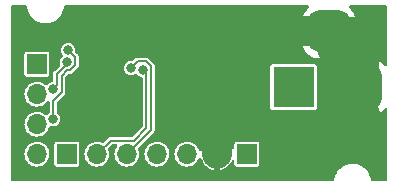
<source format=gbl>
%TF.GenerationSoftware,KiCad,Pcbnew,(6.0.5-0)*%
%TF.CreationDate,2023-01-17T15:21:48+09:00*%
%TF.ProjectId,stepper,73746570-7065-4722-9e6b-696361645f70,rev?*%
%TF.SameCoordinates,Original*%
%TF.FileFunction,Copper,L2,Bot*%
%TF.FilePolarity,Positive*%
%FSLAX46Y46*%
G04 Gerber Fmt 4.6, Leading zero omitted, Abs format (unit mm)*
G04 Created by KiCad (PCBNEW (6.0.5-0)) date 2023-01-17 15:21:48*
%MOMM*%
%LPD*%
G01*
G04 APERTURE LIST*
G04 Aperture macros list*
%AMRoundRect*
0 Rectangle with rounded corners*
0 $1 Rounding radius*
0 $2 $3 $4 $5 $6 $7 $8 $9 X,Y pos of 4 corners*
0 Add a 4 corners polygon primitive as box body*
4,1,4,$2,$3,$4,$5,$6,$7,$8,$9,$2,$3,0*
0 Add four circle primitives for the rounded corners*
1,1,$1+$1,$2,$3*
1,1,$1+$1,$4,$5*
1,1,$1+$1,$6,$7*
1,1,$1+$1,$8,$9*
0 Add four rect primitives between the rounded corners*
20,1,$1+$1,$2,$3,$4,$5,0*
20,1,$1+$1,$4,$5,$6,$7,0*
20,1,$1+$1,$6,$7,$8,$9,0*
20,1,$1+$1,$8,$9,$2,$3,0*%
G04 Aperture macros list end*
%TA.AperFunction,ComponentPad*%
%ADD10C,0.600000*%
%TD*%
%TA.AperFunction,SMDPad,CuDef*%
%ADD11R,3.000000X3.000000*%
%TD*%
%TA.AperFunction,ComponentPad*%
%ADD12R,1.700000X1.700000*%
%TD*%
%TA.AperFunction,ComponentPad*%
%ADD13O,1.700000X1.700000*%
%TD*%
%TA.AperFunction,ComponentPad*%
%ADD14R,3.500000X3.500000*%
%TD*%
%TA.AperFunction,ComponentPad*%
%ADD15RoundRect,0.750000X0.750000X1.000000X-0.750000X1.000000X-0.750000X-1.000000X0.750000X-1.000000X0*%
%TD*%
%TA.AperFunction,ComponentPad*%
%ADD16RoundRect,0.875000X0.875000X0.875000X-0.875000X0.875000X-0.875000X-0.875000X0.875000X-0.875000X0*%
%TD*%
%TA.AperFunction,ViaPad*%
%ADD17C,0.800000*%
%TD*%
%TA.AperFunction,Conductor*%
%ADD18C,2.540000*%
%TD*%
%TA.AperFunction,Conductor*%
%ADD19C,0.203200*%
%TD*%
G04 APERTURE END LIST*
D10*
%TO.P,U1,17,EPAD*%
%TO.N,GND*%
X150830000Y-101590000D03*
X148430000Y-101590000D03*
X150830000Y-99190000D03*
X148430000Y-99190000D03*
D11*
X149630000Y-100390000D03*
%TD*%
D12*
%TO.P,J2,1,Pin_1*%
%TO.N,/FAULT*%
X145812000Y-104648000D03*
D13*
%TO.P,J2,2,Pin_2*%
%TO.N,/AIN1*%
X148352000Y-104648000D03*
%TO.P,J2,3,Pin_3*%
%TO.N,/AIN2*%
X150892000Y-104648000D03*
%TO.P,J2,4,Pin_4*%
%TO.N,/BIN1*%
X153432000Y-104648000D03*
%TO.P,J2,5,Pin_5*%
%TO.N,/BIN2*%
X155972000Y-104648000D03*
%TD*%
D12*
%TO.P,J3,1,Pin_1*%
%TO.N,/VIN*%
X161052000Y-104648000D03*
D13*
%TO.P,J3,2,Pin_2*%
%TO.N,GND*%
X158512000Y-104648000D03*
%TD*%
D12*
%TO.P,J1,1,Pin_1*%
%TO.N,Net-(J1-Pad1)*%
X143272000Y-97028000D03*
D13*
%TO.P,J1,2,Pin_2*%
%TO.N,Net-(J1-Pad2)*%
X143272000Y-99568000D03*
%TO.P,J1,3,Pin_3*%
%TO.N,Net-(J1-Pad3)*%
X143272000Y-102108000D03*
%TO.P,J1,4,Pin_4*%
%TO.N,Net-(J1-Pad4)*%
X143272000Y-104648000D03*
%TD*%
D14*
%TO.P,J4,1*%
%TO.N,/VIN*%
X165000000Y-98957500D03*
D15*
%TO.P,J4,2*%
%TO.N,GND*%
X171000000Y-98957500D03*
D16*
%TO.P,J4,3*%
X168000000Y-94257500D03*
%TD*%
D17*
%TO.N,GND*%
X154910000Y-97890000D03*
X144880000Y-95660000D03*
X146310000Y-92970000D03*
X149910000Y-92700000D03*
X151750000Y-94250000D03*
X158130000Y-92960000D03*
X157330000Y-95230000D03*
X161850000Y-93770000D03*
X165130000Y-93070000D03*
X170960000Y-95880000D03*
X172210000Y-93110000D03*
X167570000Y-97830000D03*
X164610000Y-104110000D03*
X169730000Y-103870000D03*
X166780000Y-102080000D03*
X172250000Y-101640000D03*
X172210000Y-105600000D03*
X167280000Y-106130000D03*
X162650000Y-106220000D03*
X152180000Y-105800000D03*
X147250000Y-105820000D03*
X142010000Y-106300000D03*
X142100000Y-101010000D03*
X141940000Y-95730000D03*
X141910000Y-93210000D03*
X149155000Y-95205009D03*
X154797500Y-94257500D03*
%TO.N,Net-(RSENB1-Pad1)*%
X145912760Y-95843659D03*
%TO.N,Net-(RSENA1-Pad1)*%
X145800000Y-96840000D03*
%TO.N,/AIN2*%
X151244764Y-97339411D03*
%TO.N,/AIN1*%
X152235381Y-97494619D03*
%TO.N,Net-(RSENA1-Pad1)*%
X144654125Y-99120703D03*
%TO.N,Net-(RSENB1-Pad1)*%
X144655760Y-101665789D03*
%TD*%
D18*
%TO.N,GND*%
X171000000Y-98957500D02*
X171000000Y-95910000D01*
X171000000Y-95910000D02*
X169950000Y-94860000D01*
X168000000Y-94257500D02*
X168000000Y-94140000D01*
X168222711Y-95734789D02*
X169530000Y-97042078D01*
X169600000Y-101020000D02*
X170830000Y-101020000D01*
X169950000Y-94279520D02*
X169950000Y-94860000D01*
X169950000Y-94860000D02*
X169075211Y-95734789D01*
X169075211Y-95734789D02*
X168222711Y-95734789D01*
X169530000Y-97042078D02*
X169530000Y-100950000D01*
X169530000Y-100950000D02*
X169600000Y-101020000D01*
X170830000Y-101020000D02*
X171080000Y-101270000D01*
X154797500Y-101297500D02*
X155825289Y-102325289D01*
X154797500Y-94257500D02*
X154797500Y-101297500D01*
X155825289Y-102325289D02*
X156934099Y-102325289D01*
X156934099Y-102325289D02*
X158512000Y-103903190D01*
X158512000Y-103903190D02*
X158512000Y-104648000D01*
X147760000Y-101810000D02*
X147869370Y-101919370D01*
X150830000Y-99190000D02*
X147760000Y-99190000D01*
X147869370Y-101919370D02*
X150460630Y-101919370D01*
X147760000Y-99190000D02*
X147760000Y-101810000D01*
X150460630Y-101919370D02*
X150959452Y-101420548D01*
X150959452Y-101420548D02*
X150959452Y-99260000D01*
X149630000Y-100390000D02*
X150810000Y-101570000D01*
X150810000Y-101570000D02*
X150959452Y-101420548D01*
X151678261Y-94257500D02*
X154797500Y-94257500D01*
X154797500Y-94257500D02*
X168000000Y-94257500D01*
X149630000Y-100390000D02*
X149372053Y-100132053D01*
X149372053Y-96563708D02*
X151678261Y-94257500D01*
X149372053Y-100132053D02*
X149372053Y-96563708D01*
D19*
%TO.N,Net-(RSENB1-Pad1)*%
X146504311Y-96435210D02*
X145912760Y-95843659D01*
X146504311Y-97131736D02*
X146504311Y-96435210D01*
X145805689Y-97544311D02*
X146091736Y-97544311D01*
X146091736Y-97544311D02*
X146504311Y-97131736D01*
%TO.N,Net-(RSENA1-Pad1)*%
X145800000Y-96840000D02*
X145800000Y-96975942D01*
X145800000Y-96975942D02*
X144952516Y-97823426D01*
X144952516Y-97823426D02*
X144952516Y-98822312D01*
X144952516Y-98822312D02*
X144654125Y-99120703D01*
%TO.N,Net-(RSENB1-Pad1)*%
X145358436Y-97991564D02*
X145805689Y-97544311D01*
X144655760Y-100115115D02*
X145358436Y-99412439D01*
X145358436Y-99412439D02*
X145358436Y-99020000D01*
X144655760Y-101665789D02*
X144655760Y-100115115D01*
X145358436Y-99020000D02*
X145358436Y-97991564D01*
%TO.N,/AIN1*%
X148352000Y-104648000D02*
X149506311Y-103493689D01*
X152533772Y-97793010D02*
X152235381Y-97494619D01*
X149506311Y-103493689D02*
X151472253Y-103493689D01*
X151472253Y-103493689D02*
X152533772Y-102432170D01*
X152533772Y-102432170D02*
X152533772Y-97793010D01*
%TO.N,/AIN2*%
X152939692Y-102600308D02*
X152939692Y-97202883D01*
X152939692Y-97202883D02*
X152527117Y-96790308D01*
X150892000Y-104648000D02*
X152939692Y-102600308D01*
X152527117Y-96790308D02*
X151793867Y-96790308D01*
X151793867Y-96790308D02*
X151244764Y-97339411D01*
%TD*%
%TA.AperFunction,Conductor*%
%TO.N,GND*%
G36*
X142400146Y-92070502D02*
G01*
X142446639Y-92124158D01*
X142457673Y-92167083D01*
X142459048Y-92185436D01*
X142461159Y-92213597D01*
X142462518Y-92231738D01*
X142514230Y-92458299D01*
X142515952Y-92462687D01*
X142515954Y-92462693D01*
X142592629Y-92658059D01*
X142599130Y-92674623D01*
X142601490Y-92678710D01*
X142701536Y-92851995D01*
X142715324Y-92875877D01*
X142718256Y-92879554D01*
X142718259Y-92879558D01*
X142812119Y-92997254D01*
X142860216Y-93057565D01*
X143030568Y-93215629D01*
X143034464Y-93218285D01*
X143034470Y-93218290D01*
X143218680Y-93343882D01*
X143222576Y-93346538D01*
X143226821Y-93348582D01*
X143226824Y-93348584D01*
X143427701Y-93445321D01*
X143431950Y-93447367D01*
X143654014Y-93515865D01*
X143658664Y-93516566D01*
X143658669Y-93516567D01*
X143756675Y-93531338D01*
X143883806Y-93550500D01*
X144116194Y-93550500D01*
X144243325Y-93531338D01*
X144341331Y-93516567D01*
X144341336Y-93516566D01*
X144345986Y-93515865D01*
X144568050Y-93447367D01*
X144572299Y-93445321D01*
X144773176Y-93348584D01*
X144773179Y-93348582D01*
X144777424Y-93346538D01*
X144781320Y-93343882D01*
X144965530Y-93218290D01*
X144965536Y-93218285D01*
X144969432Y-93215629D01*
X145139784Y-93057565D01*
X145187881Y-92997254D01*
X145281741Y-92879558D01*
X145281744Y-92879554D01*
X145284676Y-92875877D01*
X145298465Y-92851995D01*
X145398510Y-92678710D01*
X145400870Y-92674623D01*
X145407371Y-92658059D01*
X145484046Y-92462693D01*
X145484048Y-92462687D01*
X145485770Y-92458299D01*
X145537482Y-92231738D01*
X145538842Y-92213597D01*
X145540952Y-92185436D01*
X145542327Y-92167083D01*
X145567364Y-92100649D01*
X145624344Y-92058295D01*
X145667975Y-92050500D01*
X166214297Y-92050500D01*
X166282418Y-92070502D01*
X166328911Y-92124158D01*
X166339015Y-92194432D01*
X166309521Y-92259012D01*
X166295541Y-92272809D01*
X166147608Y-92397601D01*
X166140101Y-92405108D01*
X165995646Y-92576351D01*
X165989493Y-92585040D01*
X165875962Y-92778162D01*
X165871364Y-92787760D01*
X165791994Y-92997254D01*
X165789080Y-93007482D01*
X165745955Y-93228311D01*
X165744882Y-93236955D01*
X165742091Y-93288484D01*
X165742000Y-93291870D01*
X165742000Y-93985385D01*
X165746475Y-94000624D01*
X165747865Y-94001829D01*
X165755548Y-94003500D01*
X170239885Y-94003500D01*
X170255124Y-93999025D01*
X170256329Y-93997635D01*
X170258000Y-93989952D01*
X170258000Y-93291870D01*
X170257909Y-93288484D01*
X170255118Y-93236955D01*
X170254045Y-93228311D01*
X170210920Y-93007482D01*
X170208006Y-92997254D01*
X170128636Y-92787760D01*
X170124038Y-92778162D01*
X170010507Y-92585040D01*
X170004354Y-92576351D01*
X169859899Y-92405108D01*
X169852392Y-92397601D01*
X169704459Y-92272809D01*
X169665288Y-92213597D01*
X169664347Y-92142606D01*
X169701936Y-92082377D01*
X169766121Y-92052031D01*
X169785703Y-92050500D01*
X172823500Y-92050500D01*
X172891621Y-92070502D01*
X172938114Y-92124158D01*
X172949500Y-92176500D01*
X172949500Y-97076881D01*
X172929498Y-97145002D01*
X172875842Y-97191495D01*
X172805568Y-97201599D01*
X172740988Y-97172105D01*
X172726315Y-97155781D01*
X172725800Y-97156211D01*
X172715024Y-97143324D01*
X172564176Y-96992476D01*
X172555597Y-96985303D01*
X172380412Y-96863546D01*
X172370705Y-96858010D01*
X172176731Y-96769201D01*
X172166185Y-96765467D01*
X171959321Y-96712353D01*
X171948766Y-96710582D01*
X171815070Y-96699707D01*
X171809964Y-96699500D01*
X171272115Y-96699500D01*
X171256876Y-96703975D01*
X171255671Y-96705365D01*
X171254000Y-96713048D01*
X171254000Y-101197384D01*
X171258475Y-101212623D01*
X171259865Y-101213828D01*
X171267548Y-101215499D01*
X171809961Y-101215499D01*
X171815071Y-101215291D01*
X171948767Y-101204418D01*
X171959320Y-101202648D01*
X172166185Y-101149533D01*
X172176731Y-101145799D01*
X172370705Y-101056990D01*
X172380412Y-101051454D01*
X172555597Y-100929697D01*
X172564176Y-100922524D01*
X172715024Y-100771676D01*
X172725800Y-100758789D01*
X172727491Y-100760203D01*
X172775351Y-100721682D01*
X172845945Y-100714134D01*
X172909413Y-100745951D01*
X172945604Y-100807030D01*
X172949500Y-100838119D01*
X172949500Y-106823500D01*
X172929498Y-106891621D01*
X172875842Y-106938114D01*
X172823500Y-106949500D01*
X171667975Y-106949500D01*
X171599854Y-106929498D01*
X171553361Y-106875842D01*
X171542327Y-106832916D01*
X171541622Y-106823500D01*
X171537482Y-106768262D01*
X171485770Y-106541701D01*
X171400870Y-106325377D01*
X171345724Y-106229861D01*
X171287032Y-106128203D01*
X171287029Y-106128199D01*
X171284676Y-106124123D01*
X171281744Y-106120446D01*
X171281741Y-106120442D01*
X171142719Y-105946115D01*
X171142717Y-105946113D01*
X171139784Y-105942435D01*
X171109605Y-105914433D01*
X170972894Y-105787583D01*
X170972892Y-105787581D01*
X170969432Y-105784371D01*
X170965536Y-105781715D01*
X170965530Y-105781710D01*
X170781320Y-105656118D01*
X170781318Y-105656117D01*
X170777424Y-105653462D01*
X170773179Y-105651418D01*
X170773176Y-105651416D01*
X170572299Y-105554679D01*
X170572297Y-105554678D01*
X170568050Y-105552633D01*
X170345986Y-105484135D01*
X170341336Y-105483434D01*
X170341331Y-105483433D01*
X170243325Y-105468662D01*
X170116194Y-105449500D01*
X169883806Y-105449500D01*
X169756675Y-105468662D01*
X169658669Y-105483433D01*
X169658664Y-105483434D01*
X169654014Y-105484135D01*
X169431950Y-105552633D01*
X169427703Y-105554678D01*
X169427701Y-105554679D01*
X169226824Y-105651416D01*
X169226821Y-105651418D01*
X169222576Y-105653462D01*
X169218682Y-105656117D01*
X169218680Y-105656118D01*
X169034470Y-105781710D01*
X169034464Y-105781715D01*
X169030568Y-105784371D01*
X169027108Y-105787581D01*
X169027106Y-105787583D01*
X168890395Y-105914433D01*
X168860216Y-105942435D01*
X168857283Y-105946113D01*
X168857281Y-105946115D01*
X168718259Y-106120442D01*
X168718256Y-106120446D01*
X168715324Y-106124123D01*
X168712971Y-106128199D01*
X168712968Y-106128203D01*
X168654276Y-106229861D01*
X168599130Y-106325377D01*
X168514230Y-106541701D01*
X168462518Y-106768262D01*
X168458379Y-106823500D01*
X168457673Y-106832916D01*
X168432636Y-106899351D01*
X168375656Y-106941705D01*
X168332025Y-106949500D01*
X141176500Y-106949500D01*
X141108379Y-106929498D01*
X141061886Y-106875842D01*
X141050500Y-106823500D01*
X141050500Y-104633217D01*
X142213305Y-104633217D01*
X142213821Y-104639361D01*
X142230080Y-104832994D01*
X142230081Y-104832999D01*
X142230596Y-104839133D01*
X142232294Y-104845053D01*
X142283260Y-105022791D01*
X142287555Y-105037770D01*
X142382010Y-105221560D01*
X142385835Y-105226386D01*
X142385837Y-105226389D01*
X142417862Y-105266794D01*
X142510364Y-105383503D01*
X142515057Y-105387497D01*
X142515058Y-105387498D01*
X142596370Y-105456699D01*
X142667730Y-105517431D01*
X142848111Y-105618243D01*
X143044639Y-105682099D01*
X143249826Y-105706566D01*
X143255961Y-105706094D01*
X143255963Y-105706094D01*
X143449715Y-105691185D01*
X143449718Y-105691184D01*
X143455858Y-105690712D01*
X143654887Y-105635143D01*
X143839332Y-105541973D01*
X143858542Y-105526965D01*
X143869935Y-105518064D01*
X144758300Y-105518064D01*
X144770119Y-105577480D01*
X144815140Y-105644860D01*
X144825455Y-105651752D01*
X144868024Y-105680195D01*
X144882520Y-105689881D01*
X144941936Y-105701700D01*
X146682064Y-105701700D01*
X146741480Y-105689881D01*
X146755977Y-105680195D01*
X146798545Y-105651752D01*
X146808860Y-105644860D01*
X146853881Y-105577480D01*
X146865700Y-105518064D01*
X146865700Y-104633217D01*
X147293305Y-104633217D01*
X147293821Y-104639361D01*
X147310080Y-104832994D01*
X147310081Y-104832999D01*
X147310596Y-104839133D01*
X147312294Y-104845053D01*
X147363260Y-105022791D01*
X147367555Y-105037770D01*
X147462010Y-105221560D01*
X147465835Y-105226386D01*
X147465837Y-105226389D01*
X147497862Y-105266794D01*
X147590364Y-105383503D01*
X147595057Y-105387497D01*
X147595058Y-105387498D01*
X147676370Y-105456699D01*
X147747730Y-105517431D01*
X147928111Y-105618243D01*
X148124639Y-105682099D01*
X148329826Y-105706566D01*
X148335961Y-105706094D01*
X148335963Y-105706094D01*
X148529715Y-105691185D01*
X148529718Y-105691184D01*
X148535858Y-105690712D01*
X148734887Y-105635143D01*
X148919332Y-105541973D01*
X148938542Y-105526965D01*
X149077307Y-105418550D01*
X149077308Y-105418549D01*
X149082168Y-105414752D01*
X149217191Y-105258325D01*
X149319260Y-105078652D01*
X149384486Y-104882575D01*
X149410385Y-104677563D01*
X149410798Y-104648000D01*
X149390633Y-104442345D01*
X149330907Y-104244523D01*
X149328014Y-104239081D01*
X149324807Y-104233051D01*
X149310484Y-104163514D01*
X149336030Y-104097272D01*
X149346961Y-104084798D01*
X149595865Y-103835894D01*
X149658177Y-103801868D01*
X149684960Y-103798989D01*
X149958630Y-103798989D01*
X150026751Y-103818991D01*
X150073244Y-103872647D01*
X150083348Y-103942921D01*
X150055152Y-104005980D01*
X150018371Y-104049814D01*
X150015408Y-104055203D01*
X150015405Y-104055208D01*
X149950768Y-104172783D01*
X149918821Y-104230895D01*
X149856339Y-104427864D01*
X149855653Y-104433981D01*
X149855652Y-104433985D01*
X149833992Y-104627092D01*
X149833305Y-104633217D01*
X149833821Y-104639361D01*
X149850080Y-104832994D01*
X149850081Y-104832999D01*
X149850596Y-104839133D01*
X149852294Y-104845053D01*
X149903260Y-105022791D01*
X149907555Y-105037770D01*
X150002010Y-105221560D01*
X150005835Y-105226386D01*
X150005837Y-105226389D01*
X150037862Y-105266794D01*
X150130364Y-105383503D01*
X150135057Y-105387497D01*
X150135058Y-105387498D01*
X150216370Y-105456699D01*
X150287730Y-105517431D01*
X150468111Y-105618243D01*
X150664639Y-105682099D01*
X150869826Y-105706566D01*
X150875961Y-105706094D01*
X150875963Y-105706094D01*
X151069715Y-105691185D01*
X151069718Y-105691184D01*
X151075858Y-105690712D01*
X151274887Y-105635143D01*
X151459332Y-105541973D01*
X151478542Y-105526965D01*
X151617307Y-105418550D01*
X151617308Y-105418549D01*
X151622168Y-105414752D01*
X151757191Y-105258325D01*
X151859260Y-105078652D01*
X151924486Y-104882575D01*
X151950385Y-104677563D01*
X151950798Y-104648000D01*
X151949348Y-104633217D01*
X152373305Y-104633217D01*
X152373821Y-104639361D01*
X152390080Y-104832994D01*
X152390081Y-104832999D01*
X152390596Y-104839133D01*
X152392294Y-104845053D01*
X152443260Y-105022791D01*
X152447555Y-105037770D01*
X152542010Y-105221560D01*
X152545835Y-105226386D01*
X152545837Y-105226389D01*
X152577862Y-105266794D01*
X152670364Y-105383503D01*
X152675057Y-105387497D01*
X152675058Y-105387498D01*
X152756370Y-105456699D01*
X152827730Y-105517431D01*
X153008111Y-105618243D01*
X153204639Y-105682099D01*
X153409826Y-105706566D01*
X153415961Y-105706094D01*
X153415963Y-105706094D01*
X153609715Y-105691185D01*
X153609718Y-105691184D01*
X153615858Y-105690712D01*
X153814887Y-105635143D01*
X153999332Y-105541973D01*
X154018542Y-105526965D01*
X154157307Y-105418550D01*
X154157308Y-105418549D01*
X154162168Y-105414752D01*
X154297191Y-105258325D01*
X154399260Y-105078652D01*
X154464486Y-104882575D01*
X154490385Y-104677563D01*
X154490798Y-104648000D01*
X154489348Y-104633217D01*
X154913305Y-104633217D01*
X154913821Y-104639361D01*
X154930080Y-104832994D01*
X154930081Y-104832999D01*
X154930596Y-104839133D01*
X154932294Y-104845053D01*
X154983260Y-105022791D01*
X154987555Y-105037770D01*
X155082010Y-105221560D01*
X155085835Y-105226386D01*
X155085837Y-105226389D01*
X155117862Y-105266794D01*
X155210364Y-105383503D01*
X155215057Y-105387497D01*
X155215058Y-105387498D01*
X155296370Y-105456699D01*
X155367730Y-105517431D01*
X155548111Y-105618243D01*
X155744639Y-105682099D01*
X155949826Y-105706566D01*
X155955961Y-105706094D01*
X155955963Y-105706094D01*
X156149715Y-105691185D01*
X156149718Y-105691184D01*
X156155858Y-105690712D01*
X156354887Y-105635143D01*
X156539332Y-105541973D01*
X156558542Y-105526965D01*
X156697307Y-105418550D01*
X156697308Y-105418549D01*
X156702168Y-105414752D01*
X156837191Y-105258325D01*
X156939260Y-105078652D01*
X156961858Y-105010720D01*
X157002338Y-104952398D01*
X157067926Y-104925218D01*
X157137796Y-104937812D01*
X157189766Y-104986182D01*
X157204332Y-105022791D01*
X157210566Y-105050451D01*
X157213645Y-105060275D01*
X157293770Y-105257603D01*
X157298413Y-105266794D01*
X157409694Y-105448388D01*
X157415777Y-105456699D01*
X157555213Y-105617667D01*
X157562580Y-105624883D01*
X157726434Y-105760916D01*
X157734881Y-105766831D01*
X157918756Y-105874279D01*
X157928042Y-105878729D01*
X158127001Y-105954703D01*
X158136899Y-105957579D01*
X158240250Y-105978606D01*
X158254299Y-105977410D01*
X158258000Y-105967065D01*
X158258000Y-105966517D01*
X158766000Y-105966517D01*
X158770064Y-105980359D01*
X158783478Y-105982393D01*
X158790184Y-105981534D01*
X158800262Y-105979392D01*
X159004255Y-105918191D01*
X159013842Y-105914433D01*
X159205095Y-105820739D01*
X159213945Y-105815464D01*
X159387328Y-105691792D01*
X159395200Y-105685139D01*
X159546052Y-105534812D01*
X159552730Y-105526965D01*
X159677003Y-105354020D01*
X159682313Y-105345183D01*
X159759343Y-105189326D01*
X159807457Y-105137119D01*
X159876158Y-105119212D01*
X159943634Y-105141291D01*
X159988463Y-105196345D01*
X159998300Y-105245153D01*
X159998300Y-105518064D01*
X160010119Y-105577480D01*
X160055140Y-105644860D01*
X160065455Y-105651752D01*
X160108024Y-105680195D01*
X160122520Y-105689881D01*
X160181936Y-105701700D01*
X161922064Y-105701700D01*
X161981480Y-105689881D01*
X161995977Y-105680195D01*
X162038545Y-105651752D01*
X162048860Y-105644860D01*
X162093881Y-105577480D01*
X162105700Y-105518064D01*
X162105700Y-103777936D01*
X162093881Y-103718520D01*
X162048860Y-103651140D01*
X161981480Y-103606119D01*
X161922064Y-103594300D01*
X160181936Y-103594300D01*
X160122520Y-103606119D01*
X160055140Y-103651140D01*
X160010119Y-103718520D01*
X159998300Y-103777936D01*
X159998300Y-104054656D01*
X159978298Y-104122777D01*
X159924642Y-104169270D01*
X159854368Y-104179374D01*
X159789788Y-104149880D01*
X159756750Y-104104898D01*
X159714972Y-104008814D01*
X159710105Y-103999739D01*
X159594426Y-103820926D01*
X159588136Y-103812757D01*
X159444806Y-103655240D01*
X159437273Y-103648215D01*
X159270139Y-103516222D01*
X159261552Y-103510517D01*
X159075117Y-103407599D01*
X159065705Y-103403369D01*
X158864959Y-103332280D01*
X158854988Y-103329646D01*
X158783837Y-103316972D01*
X158770540Y-103318432D01*
X158766000Y-103332989D01*
X158766000Y-105966517D01*
X158258000Y-105966517D01*
X158258000Y-103331102D01*
X158254082Y-103317758D01*
X158239806Y-103315771D01*
X158201324Y-103321660D01*
X158191288Y-103324051D01*
X157988868Y-103390212D01*
X157979359Y-103394209D01*
X157790463Y-103492542D01*
X157781738Y-103498036D01*
X157611433Y-103625905D01*
X157603726Y-103632748D01*
X157456590Y-103786717D01*
X157450104Y-103794727D01*
X157330098Y-103970649D01*
X157325000Y-103979623D01*
X157235338Y-104172783D01*
X157231775Y-104182470D01*
X157204612Y-104280415D01*
X157167133Y-104340713D01*
X157103004Y-104371176D01*
X157032586Y-104362133D01*
X156978236Y-104316454D01*
X156962573Y-104283162D01*
X156952687Y-104250420D01*
X156950907Y-104244523D01*
X156900584Y-104149880D01*
X156856789Y-104067512D01*
X156856787Y-104067509D01*
X156853895Y-104062070D01*
X156850005Y-104057300D01*
X156850002Y-104057296D01*
X156727187Y-103906710D01*
X156727184Y-103906707D01*
X156723292Y-103901935D01*
X156718543Y-103898006D01*
X156568822Y-103774146D01*
X156568819Y-103774144D01*
X156564072Y-103770217D01*
X156382301Y-103671933D01*
X156255714Y-103632748D01*
X156190788Y-103612650D01*
X156190785Y-103612649D01*
X156184901Y-103610828D01*
X156178776Y-103610184D01*
X156178775Y-103610184D01*
X155985520Y-103589872D01*
X155985519Y-103589872D01*
X155979392Y-103589228D01*
X155852582Y-103600768D01*
X155779742Y-103607397D01*
X155779741Y-103607397D01*
X155773601Y-103607956D01*
X155575367Y-103666300D01*
X155392241Y-103762036D01*
X155231198Y-103891518D01*
X155227239Y-103896236D01*
X155227238Y-103896237D01*
X155140389Y-103999739D01*
X155098371Y-104049814D01*
X155095408Y-104055203D01*
X155095405Y-104055208D01*
X155030768Y-104172783D01*
X154998821Y-104230895D01*
X154936339Y-104427864D01*
X154935653Y-104433981D01*
X154935652Y-104433985D01*
X154913992Y-104627092D01*
X154913305Y-104633217D01*
X154489348Y-104633217D01*
X154470633Y-104442345D01*
X154439949Y-104340713D01*
X154412688Y-104250422D01*
X154412687Y-104250420D01*
X154410907Y-104244523D01*
X154360584Y-104149880D01*
X154316789Y-104067512D01*
X154316787Y-104067509D01*
X154313895Y-104062070D01*
X154310005Y-104057300D01*
X154310002Y-104057296D01*
X154187187Y-103906710D01*
X154187184Y-103906707D01*
X154183292Y-103901935D01*
X154178543Y-103898006D01*
X154028822Y-103774146D01*
X154028819Y-103774144D01*
X154024072Y-103770217D01*
X153842301Y-103671933D01*
X153715714Y-103632748D01*
X153650788Y-103612650D01*
X153650785Y-103612649D01*
X153644901Y-103610828D01*
X153638776Y-103610184D01*
X153638775Y-103610184D01*
X153445520Y-103589872D01*
X153445519Y-103589872D01*
X153439392Y-103589228D01*
X153312582Y-103600768D01*
X153239742Y-103607397D01*
X153239741Y-103607397D01*
X153233601Y-103607956D01*
X153035367Y-103666300D01*
X152852241Y-103762036D01*
X152691198Y-103891518D01*
X152687239Y-103896236D01*
X152687238Y-103896237D01*
X152600389Y-103999739D01*
X152558371Y-104049814D01*
X152555408Y-104055203D01*
X152555405Y-104055208D01*
X152490768Y-104172783D01*
X152458821Y-104230895D01*
X152396339Y-104427864D01*
X152395653Y-104433981D01*
X152395652Y-104433985D01*
X152373992Y-104627092D01*
X152373305Y-104633217D01*
X151949348Y-104633217D01*
X151930633Y-104442345D01*
X151870907Y-104244523D01*
X151868014Y-104239081D01*
X151864807Y-104233051D01*
X151850484Y-104163514D01*
X151876030Y-104097272D01*
X151886961Y-104084798D01*
X152473724Y-103498036D01*
X153117892Y-102853868D01*
X153120037Y-102852017D01*
X153124872Y-102849653D01*
X153135059Y-102838672D01*
X153158714Y-102813171D01*
X153161994Y-102809766D01*
X153175649Y-102796111D01*
X153178406Y-102792092D01*
X153180858Y-102789300D01*
X153194307Y-102774803D01*
X153194310Y-102774798D01*
X153202220Y-102766271D01*
X153206530Y-102755467D01*
X153208772Y-102751921D01*
X153215376Y-102739553D01*
X153217070Y-102735730D01*
X153223649Y-102726140D01*
X153226334Y-102714826D01*
X153226335Y-102714823D01*
X153229466Y-102701626D01*
X153235031Y-102684031D01*
X153244365Y-102660635D01*
X153244992Y-102654240D01*
X153244992Y-102650944D01*
X153245010Y-102650791D01*
X153245142Y-102648088D01*
X153245325Y-102648097D01*
X153246795Y-102635540D01*
X153247222Y-102626801D01*
X153249909Y-102615480D01*
X153246143Y-102587808D01*
X153244992Y-102570817D01*
X153244992Y-100727564D01*
X163046300Y-100727564D01*
X163058119Y-100786980D01*
X163103140Y-100854360D01*
X163170520Y-100899381D01*
X163229936Y-100911200D01*
X166770064Y-100911200D01*
X166829480Y-100899381D01*
X166896860Y-100854360D01*
X166941881Y-100786980D01*
X166953700Y-100727564D01*
X166953700Y-100017461D01*
X168992001Y-100017461D01*
X168992209Y-100022571D01*
X169003082Y-100156267D01*
X169004852Y-100166820D01*
X169057967Y-100373685D01*
X169061701Y-100384231D01*
X169150510Y-100578205D01*
X169156046Y-100587912D01*
X169277803Y-100763097D01*
X169284976Y-100771676D01*
X169435824Y-100922524D01*
X169444403Y-100929697D01*
X169619588Y-101051454D01*
X169629295Y-101056990D01*
X169823269Y-101145799D01*
X169833815Y-101149533D01*
X170040679Y-101202647D01*
X170051234Y-101204418D01*
X170184930Y-101215293D01*
X170190036Y-101215500D01*
X170727885Y-101215500D01*
X170743124Y-101211025D01*
X170744329Y-101209635D01*
X170746000Y-101201952D01*
X170746000Y-99229615D01*
X170741525Y-99214376D01*
X170740135Y-99213171D01*
X170732452Y-99211500D01*
X169010116Y-99211500D01*
X168994877Y-99215975D01*
X168993672Y-99217365D01*
X168992001Y-99225048D01*
X168992001Y-100017461D01*
X166953700Y-100017461D01*
X166953700Y-98685385D01*
X168992000Y-98685385D01*
X168996475Y-98700624D01*
X168997865Y-98701829D01*
X169005548Y-98703500D01*
X170727885Y-98703500D01*
X170743124Y-98699025D01*
X170744329Y-98697635D01*
X170746000Y-98689952D01*
X170746000Y-96717616D01*
X170741525Y-96702377D01*
X170740135Y-96701172D01*
X170732452Y-96699501D01*
X170190039Y-96699501D01*
X170184929Y-96699709D01*
X170051233Y-96710582D01*
X170040680Y-96712352D01*
X169833815Y-96765467D01*
X169823269Y-96769201D01*
X169629295Y-96858010D01*
X169619588Y-96863546D01*
X169444403Y-96985303D01*
X169435824Y-96992476D01*
X169284976Y-97143324D01*
X169277803Y-97151903D01*
X169156046Y-97327088D01*
X169150510Y-97336795D01*
X169061701Y-97530769D01*
X169057967Y-97541315D01*
X169004853Y-97748179D01*
X169003082Y-97758734D01*
X168992207Y-97892430D01*
X168992000Y-97897536D01*
X168992000Y-98685385D01*
X166953700Y-98685385D01*
X166953700Y-97187436D01*
X166941881Y-97128020D01*
X166896860Y-97060640D01*
X166851159Y-97030104D01*
X166839798Y-97022513D01*
X166839797Y-97022513D01*
X166829480Y-97015619D01*
X166770064Y-97003800D01*
X163229936Y-97003800D01*
X163170520Y-97015619D01*
X163160203Y-97022513D01*
X163160202Y-97022513D01*
X163148841Y-97030104D01*
X163103140Y-97060640D01*
X163058119Y-97128020D01*
X163046300Y-97187436D01*
X163046300Y-100727564D01*
X153244992Y-100727564D01*
X153244992Y-97256164D01*
X153245199Y-97253345D01*
X153246947Y-97248254D01*
X153245081Y-97198541D01*
X153244992Y-97193815D01*
X153244992Y-97174490D01*
X153244101Y-97169704D01*
X153243859Y-97165975D01*
X153243476Y-97155781D01*
X153242681Y-97134601D01*
X153238089Y-97123912D01*
X153237170Y-97119835D01*
X153233091Y-97106408D01*
X153231586Y-97102509D01*
X153229456Y-97091072D01*
X153216239Y-97069630D01*
X153207731Y-97053251D01*
X153201299Y-97038279D01*
X153201296Y-97038275D01*
X153197786Y-97030104D01*
X153193707Y-97025139D01*
X153191381Y-97022813D01*
X153191290Y-97022698D01*
X153189469Y-97020690D01*
X153189605Y-97020567D01*
X153181752Y-97010633D01*
X153175882Y-97004160D01*
X153169777Y-96994255D01*
X153147547Y-96977351D01*
X153134718Y-96966150D01*
X152780673Y-96612104D01*
X152778826Y-96609964D01*
X152776462Y-96605128D01*
X152752023Y-96582457D01*
X152739980Y-96571286D01*
X152736575Y-96568006D01*
X152722920Y-96554351D01*
X152718901Y-96551594D01*
X152716109Y-96549142D01*
X152701610Y-96535692D01*
X152701607Y-96535690D01*
X152693080Y-96527780D01*
X152682278Y-96523470D01*
X152678750Y-96521240D01*
X152666357Y-96514624D01*
X152662545Y-96512935D01*
X152652949Y-96506352D01*
X152628434Y-96500534D01*
X152610847Y-96494971D01*
X152587444Y-96485635D01*
X152581049Y-96485008D01*
X152577753Y-96485008D01*
X152577600Y-96484990D01*
X152574897Y-96484858D01*
X152574906Y-96484675D01*
X152562349Y-96483205D01*
X152553610Y-96482778D01*
X152542289Y-96480091D01*
X152530760Y-96481660D01*
X152530759Y-96481660D01*
X152514617Y-96483857D01*
X152497626Y-96485008D01*
X151847157Y-96485008D01*
X151844332Y-96484801D01*
X151839239Y-96483052D01*
X151789511Y-96484919D01*
X151784784Y-96485008D01*
X151765474Y-96485008D01*
X151760687Y-96485900D01*
X151756969Y-96486141D01*
X151725585Y-96487319D01*
X151714893Y-96491913D01*
X151710808Y-96492833D01*
X151697392Y-96496909D01*
X151693493Y-96498414D01*
X151682056Y-96500544D01*
X151667308Y-96509635D01*
X151660614Y-96513761D01*
X151644235Y-96522269D01*
X151629263Y-96528701D01*
X151629259Y-96528704D01*
X151621088Y-96532214D01*
X151616123Y-96536293D01*
X151613797Y-96538619D01*
X151613682Y-96538710D01*
X151611674Y-96540531D01*
X151611551Y-96540395D01*
X151601617Y-96548248D01*
X151595144Y-96554118D01*
X151585239Y-96560223D01*
X151568325Y-96582466D01*
X151557131Y-96595285D01*
X151445242Y-96707174D01*
X151382930Y-96741200D01*
X151339703Y-96743001D01*
X151244764Y-96730502D01*
X151087167Y-96751250D01*
X151079540Y-96754409D01*
X151079537Y-96754410D01*
X151043829Y-96769201D01*
X150940310Y-96812080D01*
X150814200Y-96908847D01*
X150717433Y-97034957D01*
X150693442Y-97092877D01*
X150660327Y-97172824D01*
X150656603Y-97181814D01*
X150635855Y-97339411D01*
X150656603Y-97497008D01*
X150659762Y-97504635D01*
X150659763Y-97504638D01*
X150686782Y-97569866D01*
X150717433Y-97643865D01*
X150722460Y-97650416D01*
X150805575Y-97758734D01*
X150814200Y-97769975D01*
X150940309Y-97866742D01*
X151000991Y-97891877D01*
X151079537Y-97924412D01*
X151079540Y-97924413D01*
X151087167Y-97927572D01*
X151244764Y-97948320D01*
X151252952Y-97947242D01*
X151394173Y-97928650D01*
X151402361Y-97927572D01*
X151409988Y-97924413D01*
X151409991Y-97924412D01*
X151488537Y-97891877D01*
X151549219Y-97866742D01*
X151568996Y-97851567D01*
X151581908Y-97841659D01*
X151648128Y-97816059D01*
X151717677Y-97830324D01*
X151758573Y-97864918D01*
X151799786Y-97918628D01*
X151799791Y-97918633D01*
X151804817Y-97925183D01*
X151930926Y-98021950D01*
X152004355Y-98052365D01*
X152070154Y-98079620D01*
X152070157Y-98079621D01*
X152077784Y-98082780D01*
X152118917Y-98088195D01*
X152183845Y-98116917D01*
X152222937Y-98176181D01*
X152228472Y-98213117D01*
X152228472Y-102253520D01*
X152208470Y-102321641D01*
X152191567Y-102342615D01*
X151382698Y-103151484D01*
X151320386Y-103185510D01*
X151293603Y-103188389D01*
X149559592Y-103188389D01*
X149556773Y-103188182D01*
X149551682Y-103186434D01*
X149540059Y-103186870D01*
X149540057Y-103186870D01*
X149501969Y-103188300D01*
X149497243Y-103188389D01*
X149477918Y-103188389D01*
X149473132Y-103189280D01*
X149469403Y-103189522D01*
X149461646Y-103189813D01*
X149438029Y-103190700D01*
X149427340Y-103195292D01*
X149423263Y-103196211D01*
X149409836Y-103200290D01*
X149405937Y-103201795D01*
X149394500Y-103203925D01*
X149373058Y-103217142D01*
X149356679Y-103225650D01*
X149341707Y-103232082D01*
X149341703Y-103232085D01*
X149333532Y-103235595D01*
X149328567Y-103239674D01*
X149326241Y-103242000D01*
X149326126Y-103242091D01*
X149324118Y-103243912D01*
X149323995Y-103243776D01*
X149314061Y-103251629D01*
X149307588Y-103257499D01*
X149297683Y-103263604D01*
X149280769Y-103285847D01*
X149269575Y-103298666D01*
X148915689Y-103652552D01*
X148853377Y-103686578D01*
X148782562Y-103681513D01*
X148770422Y-103675999D01*
X148767722Y-103674864D01*
X148762301Y-103671933D01*
X148635714Y-103632748D01*
X148570788Y-103612650D01*
X148570785Y-103612649D01*
X148564901Y-103610828D01*
X148558776Y-103610184D01*
X148558775Y-103610184D01*
X148365520Y-103589872D01*
X148365519Y-103589872D01*
X148359392Y-103589228D01*
X148232582Y-103600768D01*
X148159742Y-103607397D01*
X148159741Y-103607397D01*
X148153601Y-103607956D01*
X147955367Y-103666300D01*
X147772241Y-103762036D01*
X147611198Y-103891518D01*
X147607239Y-103896236D01*
X147607238Y-103896237D01*
X147520389Y-103999739D01*
X147478371Y-104049814D01*
X147475408Y-104055203D01*
X147475405Y-104055208D01*
X147410768Y-104172783D01*
X147378821Y-104230895D01*
X147316339Y-104427864D01*
X147315653Y-104433981D01*
X147315652Y-104433985D01*
X147293992Y-104627092D01*
X147293305Y-104633217D01*
X146865700Y-104633217D01*
X146865700Y-103777936D01*
X146853881Y-103718520D01*
X146808860Y-103651140D01*
X146741480Y-103606119D01*
X146682064Y-103594300D01*
X144941936Y-103594300D01*
X144882520Y-103606119D01*
X144815140Y-103651140D01*
X144770119Y-103718520D01*
X144758300Y-103777936D01*
X144758300Y-105518064D01*
X143869935Y-105518064D01*
X143997307Y-105418550D01*
X143997308Y-105418549D01*
X144002168Y-105414752D01*
X144137191Y-105258325D01*
X144239260Y-105078652D01*
X144304486Y-104882575D01*
X144330385Y-104677563D01*
X144330798Y-104648000D01*
X144310633Y-104442345D01*
X144279949Y-104340713D01*
X144252688Y-104250422D01*
X144252687Y-104250420D01*
X144250907Y-104244523D01*
X144200584Y-104149880D01*
X144156789Y-104067512D01*
X144156787Y-104067509D01*
X144153895Y-104062070D01*
X144150005Y-104057300D01*
X144150002Y-104057296D01*
X144027187Y-103906710D01*
X144027184Y-103906707D01*
X144023292Y-103901935D01*
X144018543Y-103898006D01*
X143868822Y-103774146D01*
X143868819Y-103774144D01*
X143864072Y-103770217D01*
X143682301Y-103671933D01*
X143555714Y-103632748D01*
X143490788Y-103612650D01*
X143490785Y-103612649D01*
X143484901Y-103610828D01*
X143478776Y-103610184D01*
X143478775Y-103610184D01*
X143285520Y-103589872D01*
X143285519Y-103589872D01*
X143279392Y-103589228D01*
X143152582Y-103600768D01*
X143079742Y-103607397D01*
X143079741Y-103607397D01*
X143073601Y-103607956D01*
X142875367Y-103666300D01*
X142692241Y-103762036D01*
X142531198Y-103891518D01*
X142527239Y-103896236D01*
X142527238Y-103896237D01*
X142440389Y-103999739D01*
X142398371Y-104049814D01*
X142395408Y-104055203D01*
X142395405Y-104055208D01*
X142330768Y-104172783D01*
X142298821Y-104230895D01*
X142236339Y-104427864D01*
X142235653Y-104433981D01*
X142235652Y-104433985D01*
X142213992Y-104627092D01*
X142213305Y-104633217D01*
X141050500Y-104633217D01*
X141050500Y-102093217D01*
X142213305Y-102093217D01*
X142213821Y-102099361D01*
X142230080Y-102292994D01*
X142230081Y-102292999D01*
X142230596Y-102299133D01*
X142287555Y-102497770D01*
X142311322Y-102544015D01*
X142366276Y-102650944D01*
X142382010Y-102681560D01*
X142385835Y-102686386D01*
X142385837Y-102686389D01*
X142432304Y-102745016D01*
X142510364Y-102843503D01*
X142667730Y-102977431D01*
X142848111Y-103078243D01*
X143044639Y-103142099D01*
X143249826Y-103166566D01*
X143255961Y-103166094D01*
X143255963Y-103166094D01*
X143449715Y-103151185D01*
X143449718Y-103151184D01*
X143455858Y-103150712D01*
X143654887Y-103095143D01*
X143839332Y-103001973D01*
X143866899Y-102980436D01*
X143997307Y-102878550D01*
X143997308Y-102878549D01*
X144002168Y-102874752D01*
X144137191Y-102718325D01*
X144146678Y-102701626D01*
X144211335Y-102587808D01*
X144239260Y-102538652D01*
X144304486Y-102342575D01*
X144305258Y-102336461D01*
X144305894Y-102333664D01*
X144340494Y-102271669D01*
X144403119Y-102238222D01*
X144476979Y-102245176D01*
X144490530Y-102250789D01*
X144490535Y-102250790D01*
X144498163Y-102253950D01*
X144655760Y-102274698D01*
X144663948Y-102273620D01*
X144678768Y-102271669D01*
X144813357Y-102253950D01*
X144820984Y-102250791D01*
X144820987Y-102250790D01*
X144886786Y-102223535D01*
X144960215Y-102193120D01*
X145086324Y-102096353D01*
X145183091Y-101970243D01*
X145243921Y-101823386D01*
X145264669Y-101665789D01*
X145254120Y-101585660D01*
X147617654Y-101585660D01*
X147621400Y-101623869D01*
X147622001Y-101636164D01*
X147622001Y-101934669D01*
X147622371Y-101941490D01*
X147627895Y-101992352D01*
X147631521Y-102007604D01*
X147676676Y-102128054D01*
X147685214Y-102143649D01*
X147761715Y-102245724D01*
X147774276Y-102258285D01*
X147876351Y-102334786D01*
X147891946Y-102343324D01*
X148012394Y-102388478D01*
X148027649Y-102392105D01*
X148078514Y-102397631D01*
X148085328Y-102398000D01*
X148367618Y-102398000D01*
X148384283Y-102399107D01*
X148405991Y-102402004D01*
X148419986Y-102402297D01*
X148461494Y-102398519D01*
X148472914Y-102398000D01*
X149357885Y-102398000D01*
X149373124Y-102393525D01*
X149374329Y-102392135D01*
X149376000Y-102384452D01*
X149376000Y-102379884D01*
X149884000Y-102379884D01*
X149888475Y-102395123D01*
X149889865Y-102396328D01*
X149897548Y-102397999D01*
X150767610Y-102397999D01*
X150784275Y-102399106D01*
X150805990Y-102402004D01*
X150819986Y-102402297D01*
X150861503Y-102398518D01*
X150872923Y-102397999D01*
X151174669Y-102397999D01*
X151181490Y-102397629D01*
X151232352Y-102392105D01*
X151247604Y-102388479D01*
X151368054Y-102343324D01*
X151383649Y-102334786D01*
X151485724Y-102258285D01*
X151498285Y-102245724D01*
X151574786Y-102143649D01*
X151583324Y-102128054D01*
X151628478Y-102007606D01*
X151632105Y-101992351D01*
X151637631Y-101941486D01*
X151638000Y-101934672D01*
X151638000Y-101655641D01*
X151639226Y-101638106D01*
X151642244Y-101616628D01*
X151642851Y-101608741D01*
X151643058Y-101593962D01*
X151642671Y-101586061D01*
X151638785Y-101551414D01*
X151638000Y-101537369D01*
X151638000Y-100662115D01*
X151633525Y-100646876D01*
X151632135Y-100645671D01*
X151624452Y-100644000D01*
X149902115Y-100644000D01*
X149886876Y-100648475D01*
X149885671Y-100649865D01*
X149884000Y-100657548D01*
X149884000Y-102379884D01*
X149376000Y-102379884D01*
X149376000Y-100662115D01*
X149371525Y-100646876D01*
X149370135Y-100645671D01*
X149362452Y-100644000D01*
X147640116Y-100644000D01*
X147624877Y-100648475D01*
X147623672Y-100649865D01*
X147622001Y-100657548D01*
X147622001Y-101530868D01*
X147621007Y-101546661D01*
X147617850Y-101571653D01*
X147617654Y-101585660D01*
X145254120Y-101585660D01*
X145243921Y-101508192D01*
X145183091Y-101361335D01*
X145086324Y-101235225D01*
X145010354Y-101176931D01*
X144968488Y-101119594D01*
X144961060Y-101076970D01*
X144961060Y-100293765D01*
X144981062Y-100225644D01*
X144997965Y-100204669D01*
X145250785Y-99951850D01*
X145536640Y-99665995D01*
X145538780Y-99664148D01*
X145543616Y-99661784D01*
X145577458Y-99625302D01*
X145580738Y-99621897D01*
X145594393Y-99608242D01*
X145597150Y-99604223D01*
X145599602Y-99601431D01*
X145613052Y-99586932D01*
X145613054Y-99586929D01*
X145620964Y-99578402D01*
X145625274Y-99567600D01*
X145627504Y-99564072D01*
X145634120Y-99551679D01*
X145635809Y-99547867D01*
X145642392Y-99538271D01*
X145648210Y-99513756D01*
X145653774Y-99496164D01*
X145663109Y-99472766D01*
X145663736Y-99466371D01*
X145663736Y-99463075D01*
X145663754Y-99462922D01*
X145663886Y-99460219D01*
X145664069Y-99460228D01*
X145665539Y-99447671D01*
X145665966Y-99438932D01*
X145668653Y-99427611D01*
X145664887Y-99399939D01*
X145663736Y-99382948D01*
X145663736Y-99185660D01*
X147617654Y-99185660D01*
X147621399Y-99223860D01*
X147622000Y-99236155D01*
X147622000Y-100117885D01*
X147626475Y-100133124D01*
X147627865Y-100134329D01*
X147635548Y-100136000D01*
X149357885Y-100136000D01*
X149373124Y-100131525D01*
X149374329Y-100130135D01*
X149376000Y-100122452D01*
X149376000Y-100117885D01*
X149884000Y-100117885D01*
X149888475Y-100133124D01*
X149889865Y-100134329D01*
X149897548Y-100136000D01*
X151619884Y-100136000D01*
X151635123Y-100131525D01*
X151636328Y-100130135D01*
X151637999Y-100122452D01*
X151637999Y-99255648D01*
X151639225Y-99238112D01*
X151642245Y-99216626D01*
X151642851Y-99208742D01*
X151643058Y-99193962D01*
X151642671Y-99186061D01*
X151638784Y-99151406D01*
X151637999Y-99137361D01*
X151637999Y-98845331D01*
X151637629Y-98838510D01*
X151632105Y-98787648D01*
X151628479Y-98772396D01*
X151583324Y-98651946D01*
X151574786Y-98636351D01*
X151498285Y-98534276D01*
X151485724Y-98521715D01*
X151383649Y-98445214D01*
X151368054Y-98436676D01*
X151247606Y-98391522D01*
X151232351Y-98387895D01*
X151181486Y-98382369D01*
X151174672Y-98382000D01*
X150885877Y-98382000D01*
X150870959Y-98381114D01*
X150842670Y-98377741D01*
X150828673Y-98377643D01*
X150793783Y-98381310D01*
X150780613Y-98382000D01*
X149902115Y-98382000D01*
X149886876Y-98386475D01*
X149885671Y-98387865D01*
X149884000Y-98395548D01*
X149884000Y-100117885D01*
X149376000Y-100117885D01*
X149376000Y-98400116D01*
X149371525Y-98384877D01*
X149370135Y-98383672D01*
X149362452Y-98382001D01*
X148485885Y-98382001D01*
X148470966Y-98381115D01*
X148442670Y-98377741D01*
X148428673Y-98377643D01*
X148393776Y-98381311D01*
X148380605Y-98382001D01*
X148085331Y-98382001D01*
X148078510Y-98382371D01*
X148027648Y-98387895D01*
X148012396Y-98391521D01*
X147891946Y-98436676D01*
X147876351Y-98445214D01*
X147774276Y-98521715D01*
X147761715Y-98534276D01*
X147685214Y-98636351D01*
X147676676Y-98651946D01*
X147631522Y-98772394D01*
X147627895Y-98787649D01*
X147622369Y-98838514D01*
X147622000Y-98845328D01*
X147622000Y-99130875D01*
X147621006Y-99146667D01*
X147617850Y-99171653D01*
X147617654Y-99185660D01*
X145663736Y-99185660D01*
X145663736Y-98170213D01*
X145683738Y-98102092D01*
X145700641Y-98081118D01*
X145895243Y-97886516D01*
X145957555Y-97852490D01*
X145984338Y-97849611D01*
X146038446Y-97849611D01*
X146041271Y-97849818D01*
X146046364Y-97851567D01*
X146096093Y-97849700D01*
X146100819Y-97849611D01*
X146120129Y-97849611D01*
X146124916Y-97848719D01*
X146128634Y-97848478D01*
X146160018Y-97847300D01*
X146170710Y-97842706D01*
X146174795Y-97841786D01*
X146188211Y-97837710D01*
X146192110Y-97836205D01*
X146203547Y-97834075D01*
X146224989Y-97820858D01*
X146241368Y-97812350D01*
X146256340Y-97805918D01*
X146256344Y-97805915D01*
X146264515Y-97802405D01*
X146269480Y-97798326D01*
X146271806Y-97796000D01*
X146271921Y-97795909D01*
X146273929Y-97794088D01*
X146274052Y-97794224D01*
X146283986Y-97786371D01*
X146290459Y-97780501D01*
X146300364Y-97774396D01*
X146317278Y-97752153D01*
X146328472Y-97739334D01*
X146682507Y-97385299D01*
X146684654Y-97383445D01*
X146689491Y-97381081D01*
X146723346Y-97344585D01*
X146726626Y-97341180D01*
X146740267Y-97327539D01*
X146743022Y-97323523D01*
X146745477Y-97320727D01*
X146758926Y-97306229D01*
X146766839Y-97297699D01*
X146771150Y-97286893D01*
X146773385Y-97283358D01*
X146779992Y-97270985D01*
X146781687Y-97267160D01*
X146788267Y-97257568D01*
X146794083Y-97233061D01*
X146799648Y-97215465D01*
X146805689Y-97200323D01*
X146805690Y-97200320D01*
X146808984Y-97192063D01*
X146809611Y-97185668D01*
X146809611Y-97182374D01*
X146809629Y-97182223D01*
X146809761Y-97179516D01*
X146809944Y-97179525D01*
X146811414Y-97166970D01*
X146811841Y-97158229D01*
X146814528Y-97146909D01*
X146810762Y-97119236D01*
X146809611Y-97102246D01*
X146809611Y-96488491D01*
X146809818Y-96485672D01*
X146811566Y-96480581D01*
X146809700Y-96430868D01*
X146809611Y-96426142D01*
X146809611Y-96406817D01*
X146808720Y-96402031D01*
X146808478Y-96398302D01*
X146808021Y-96386136D01*
X146807300Y-96366928D01*
X146802708Y-96356239D01*
X146801789Y-96352162D01*
X146797710Y-96338735D01*
X146796205Y-96334836D01*
X146794075Y-96323399D01*
X146780858Y-96301957D01*
X146772350Y-96285578D01*
X146765918Y-96270606D01*
X146765915Y-96270602D01*
X146762405Y-96262431D01*
X146758326Y-96257466D01*
X146756000Y-96255140D01*
X146755909Y-96255025D01*
X146754088Y-96253017D01*
X146754224Y-96252894D01*
X146746371Y-96242960D01*
X146740501Y-96236487D01*
X146734396Y-96226582D01*
X146712153Y-96209668D01*
X146699334Y-96198474D01*
X146544997Y-96044137D01*
X146510971Y-95981825D01*
X146509170Y-95938595D01*
X146520591Y-95851846D01*
X146521669Y-95843659D01*
X146500921Y-95686062D01*
X146440091Y-95539205D01*
X146343324Y-95413095D01*
X146217215Y-95316328D01*
X146124791Y-95278045D01*
X146077987Y-95258658D01*
X146077984Y-95258657D01*
X146070357Y-95255498D01*
X145912760Y-95234750D01*
X145755163Y-95255498D01*
X145747536Y-95258657D01*
X145747533Y-95258658D01*
X145681734Y-95285913D01*
X145608306Y-95316328D01*
X145482196Y-95413095D01*
X145385429Y-95539205D01*
X145324599Y-95686062D01*
X145303851Y-95843659D01*
X145324599Y-96001256D01*
X145327758Y-96008883D01*
X145327759Y-96008886D01*
X145336977Y-96031140D01*
X145385429Y-96148113D01*
X145390456Y-96154664D01*
X145390458Y-96154668D01*
X145429007Y-96204907D01*
X145454607Y-96271127D01*
X145440342Y-96340676D01*
X145405748Y-96381573D01*
X145369436Y-96409436D01*
X145272669Y-96535546D01*
X145211839Y-96682403D01*
X145210761Y-96690591D01*
X145207203Y-96717616D01*
X145191091Y-96840000D01*
X145211839Y-96997597D01*
X145214999Y-97005226D01*
X145219088Y-97015098D01*
X145226676Y-97085688D01*
X145191773Y-97152409D01*
X144774316Y-97569866D01*
X144772171Y-97571717D01*
X144767336Y-97574081D01*
X144759424Y-97582610D01*
X144759423Y-97582611D01*
X144733494Y-97610563D01*
X144730214Y-97613968D01*
X144716559Y-97627623D01*
X144713802Y-97631642D01*
X144711350Y-97634434D01*
X144697900Y-97648933D01*
X144697898Y-97648936D01*
X144689988Y-97657463D01*
X144685678Y-97668265D01*
X144683448Y-97671793D01*
X144676832Y-97684186D01*
X144675143Y-97687998D01*
X144668560Y-97697594D01*
X144665874Y-97708913D01*
X144662742Y-97722109D01*
X144657179Y-97739696D01*
X144647843Y-97763099D01*
X144647216Y-97769494D01*
X144647216Y-97772790D01*
X144647198Y-97772943D01*
X144647066Y-97775646D01*
X144646883Y-97775637D01*
X144645413Y-97788194D01*
X144644986Y-97796933D01*
X144642299Y-97808254D01*
X144643868Y-97819783D01*
X144643868Y-97819784D01*
X144646065Y-97835926D01*
X144647216Y-97852917D01*
X144647216Y-98402205D01*
X144627214Y-98470326D01*
X144573558Y-98516819D01*
X144537662Y-98527127D01*
X144496528Y-98532542D01*
X144488901Y-98535701D01*
X144488898Y-98535702D01*
X144423099Y-98562957D01*
X144349671Y-98593372D01*
X144343120Y-98598399D01*
X144237841Y-98679182D01*
X144223561Y-98690139D01*
X144218538Y-98696685D01*
X144218534Y-98696689D01*
X144163502Y-98768408D01*
X144106164Y-98810275D01*
X144035293Y-98814497D01*
X143983225Y-98788789D01*
X143963410Y-98772396D01*
X143947287Y-98759058D01*
X143868822Y-98694146D01*
X143868819Y-98694144D01*
X143864072Y-98690217D01*
X143682301Y-98591933D01*
X143583601Y-98561381D01*
X143490788Y-98532650D01*
X143490785Y-98532649D01*
X143484901Y-98530828D01*
X143478776Y-98530184D01*
X143478775Y-98530184D01*
X143285520Y-98509872D01*
X143285519Y-98509872D01*
X143279392Y-98509228D01*
X143152582Y-98520768D01*
X143079742Y-98527397D01*
X143079741Y-98527397D01*
X143073601Y-98527956D01*
X142875367Y-98586300D01*
X142869902Y-98589157D01*
X142858987Y-98594863D01*
X142692241Y-98682036D01*
X142531198Y-98811518D01*
X142527239Y-98816236D01*
X142527238Y-98816237D01*
X142502828Y-98845328D01*
X142398371Y-98969814D01*
X142395408Y-98975203D01*
X142395405Y-98975208D01*
X142309827Y-99130875D01*
X142298821Y-99150895D01*
X142236339Y-99347864D01*
X142235653Y-99353981D01*
X142235652Y-99353985D01*
X142218740Y-99504760D01*
X142213305Y-99553217D01*
X142213821Y-99559361D01*
X142230080Y-99752994D01*
X142230081Y-99752999D01*
X142230596Y-99759133D01*
X142232294Y-99765053D01*
X142285084Y-99949152D01*
X142287555Y-99957770D01*
X142318232Y-100017461D01*
X142379190Y-100136072D01*
X142382010Y-100141560D01*
X142385835Y-100146386D01*
X142385837Y-100146389D01*
X142502646Y-100293765D01*
X142510364Y-100303503D01*
X142667730Y-100437431D01*
X142848111Y-100538243D01*
X143044639Y-100602099D01*
X143249826Y-100626566D01*
X143255961Y-100626094D01*
X143255963Y-100626094D01*
X143449715Y-100611185D01*
X143449718Y-100611184D01*
X143455858Y-100610712D01*
X143654887Y-100555143D01*
X143839332Y-100461973D01*
X143866899Y-100440436D01*
X143997307Y-100338550D01*
X143997308Y-100338549D01*
X144002168Y-100334752D01*
X144129078Y-100187724D01*
X144188731Y-100149227D01*
X144259728Y-100149091D01*
X144319527Y-100187361D01*
X144349143Y-100251885D01*
X144350460Y-100270055D01*
X144350460Y-101076970D01*
X144330458Y-101145091D01*
X144301164Y-101176933D01*
X144250904Y-101215499D01*
X144225196Y-101235225D01*
X144220173Y-101241771D01*
X144166891Y-101311210D01*
X144109553Y-101353077D01*
X144038682Y-101357299D01*
X143986613Y-101331591D01*
X143878038Y-101241771D01*
X143864072Y-101230217D01*
X143682301Y-101131933D01*
X143583601Y-101101381D01*
X143490788Y-101072650D01*
X143490785Y-101072649D01*
X143484901Y-101070828D01*
X143478776Y-101070184D01*
X143478775Y-101070184D01*
X143285520Y-101049872D01*
X143285519Y-101049872D01*
X143279392Y-101049228D01*
X143152582Y-101060768D01*
X143079742Y-101067397D01*
X143079741Y-101067397D01*
X143073601Y-101067956D01*
X142875367Y-101126300D01*
X142692241Y-101222036D01*
X142687441Y-101225896D01*
X142687440Y-101225896D01*
X142682066Y-101230217D01*
X142531198Y-101351518D01*
X142527239Y-101356236D01*
X142527238Y-101356237D01*
X142522457Y-101361935D01*
X142398371Y-101509814D01*
X142395408Y-101515203D01*
X142395405Y-101515208D01*
X142312623Y-101665789D01*
X142298821Y-101690895D01*
X142236339Y-101887864D01*
X142235653Y-101893981D01*
X142235652Y-101893985D01*
X142226364Y-101976794D01*
X142213305Y-102093217D01*
X141050500Y-102093217D01*
X141050500Y-97898064D01*
X142218300Y-97898064D01*
X142230119Y-97957480D01*
X142275140Y-98024860D01*
X142342520Y-98069881D01*
X142401936Y-98081700D01*
X144142064Y-98081700D01*
X144201480Y-98069881D01*
X144268860Y-98024860D01*
X144313881Y-97957480D01*
X144325700Y-97898064D01*
X144325700Y-96157936D01*
X144313881Y-96098520D01*
X144268860Y-96031140D01*
X144201480Y-95986119D01*
X144142064Y-95974300D01*
X142401936Y-95974300D01*
X142342520Y-95986119D01*
X142275140Y-96031140D01*
X142230119Y-96098520D01*
X142218300Y-96157936D01*
X142218300Y-97898064D01*
X141050500Y-97898064D01*
X141050500Y-95223131D01*
X165742000Y-95223131D01*
X165742091Y-95226516D01*
X165744882Y-95278045D01*
X165745955Y-95286689D01*
X165789080Y-95507518D01*
X165791994Y-95517746D01*
X165871364Y-95727240D01*
X165875962Y-95736838D01*
X165989493Y-95929960D01*
X165995646Y-95938649D01*
X166140101Y-96109892D01*
X166147608Y-96117399D01*
X166318851Y-96261854D01*
X166327540Y-96268007D01*
X166520662Y-96381538D01*
X166530260Y-96386136D01*
X166739754Y-96465506D01*
X166749982Y-96468420D01*
X166970811Y-96511545D01*
X166979455Y-96512618D01*
X167030984Y-96515409D01*
X167034369Y-96515500D01*
X167727885Y-96515500D01*
X167743124Y-96511025D01*
X167744329Y-96509635D01*
X167746000Y-96501952D01*
X167746000Y-96497385D01*
X168254000Y-96497385D01*
X168258475Y-96512624D01*
X168259865Y-96513829D01*
X168267548Y-96515500D01*
X168965631Y-96515500D01*
X168969016Y-96515409D01*
X169020545Y-96512618D01*
X169029189Y-96511545D01*
X169250018Y-96468420D01*
X169260246Y-96465506D01*
X169469740Y-96386136D01*
X169479338Y-96381538D01*
X169672460Y-96268007D01*
X169681149Y-96261854D01*
X169852392Y-96117399D01*
X169859899Y-96109892D01*
X170004354Y-95938649D01*
X170010507Y-95929960D01*
X170124038Y-95736838D01*
X170128636Y-95727240D01*
X170208006Y-95517746D01*
X170210920Y-95507518D01*
X170254045Y-95286689D01*
X170255118Y-95278045D01*
X170257909Y-95226516D01*
X170258000Y-95223131D01*
X170258000Y-94529615D01*
X170253525Y-94514376D01*
X170252135Y-94513171D01*
X170244452Y-94511500D01*
X168272115Y-94511500D01*
X168256876Y-94515975D01*
X168255671Y-94517365D01*
X168254000Y-94525048D01*
X168254000Y-96497385D01*
X167746000Y-96497385D01*
X167746000Y-94529615D01*
X167741525Y-94514376D01*
X167740135Y-94513171D01*
X167732452Y-94511500D01*
X165760115Y-94511500D01*
X165744876Y-94515975D01*
X165743671Y-94517365D01*
X165742000Y-94525048D01*
X165742000Y-95223131D01*
X141050500Y-95223131D01*
X141050500Y-92176500D01*
X141070502Y-92108379D01*
X141124158Y-92061886D01*
X141176500Y-92050500D01*
X142332025Y-92050500D01*
X142400146Y-92070502D01*
G37*
%TD.AperFunction*%
%TD*%
M02*

</source>
